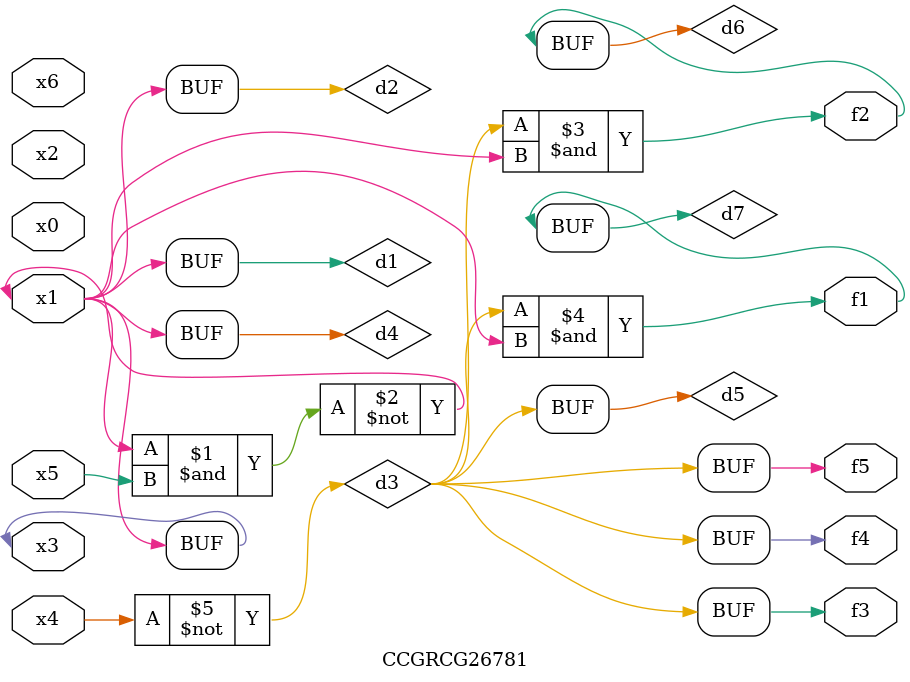
<source format=v>
module CCGRCG26781(
	input x0, x1, x2, x3, x4, x5, x6,
	output f1, f2, f3, f4, f5
);

	wire d1, d2, d3, d4, d5, d6, d7;

	buf (d1, x1, x3);
	nand (d2, x1, x5);
	not (d3, x4);
	buf (d4, d1, d2);
	buf (d5, d3);
	and (d6, d3, d4);
	and (d7, d3, d4);
	assign f1 = d7;
	assign f2 = d6;
	assign f3 = d5;
	assign f4 = d5;
	assign f5 = d5;
endmodule

</source>
